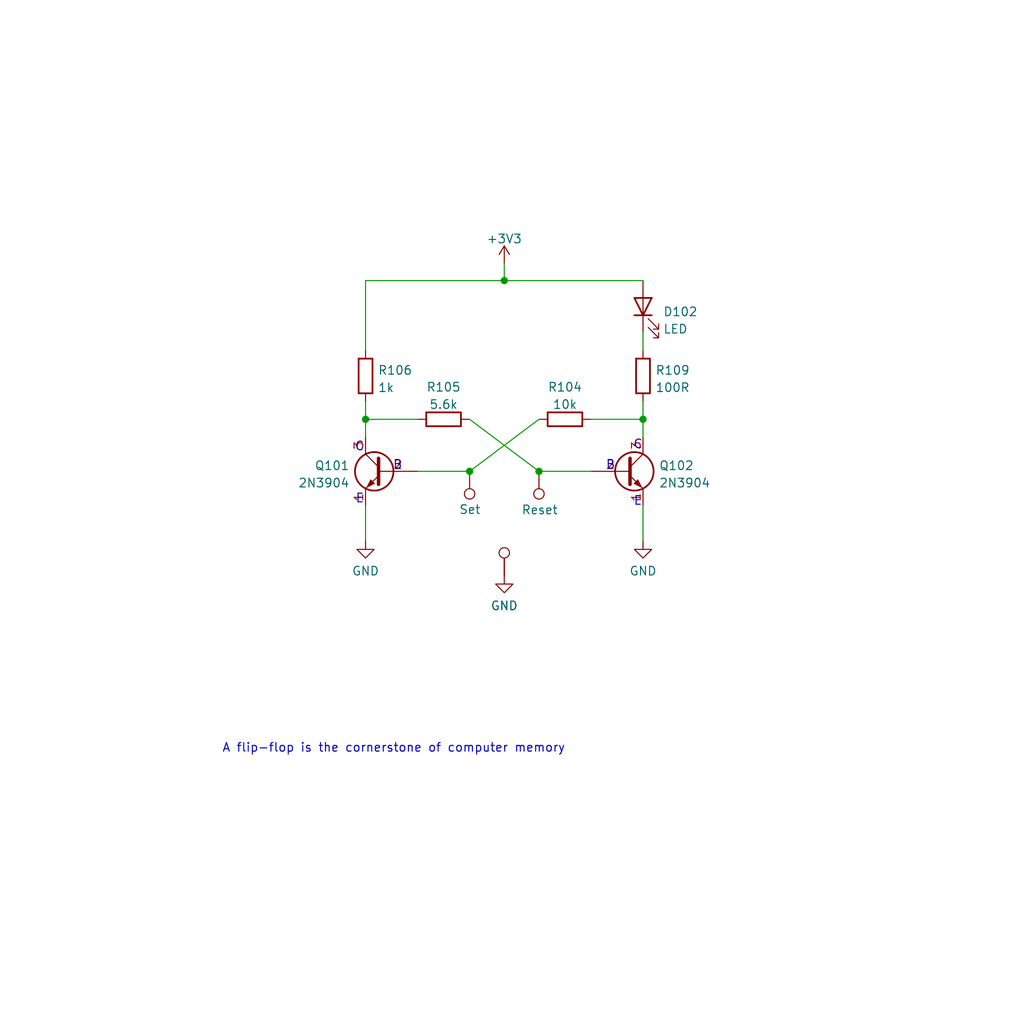
<source format=kicad_sch>
(kicad_sch (version 20211123) (generator eeschema)
  (paper "User" 150.012 150.012)
  (lib_symbols
    (symbol "Connector:TestPoint" (pin_numbers hide) (pin_names (offset 0.762) hide)
      (property "Reference" "TP" (at 0 6.858 0))
      (property "Value" "TestPoint" (at 0 5.08 0))
      (symbol "TestPoint_0_1"
        (circle (center 0 3.302) (radius 0.762))
      )
      (symbol "TestPoint_1_1"
        (pin passive line (at 0 0 90) (length 2.54) (name "1") (number "1"))
      )
    )
    (symbol "Device:LED" (pin_numbers hide) (pin_names (offset 1.016) hide)
      (property "Reference" "D" (at 0 2.54 0))
      (property "Value" "LED" (at 0 -2.54 0))
      (symbol "LED_0_1"
        (polyline (pts (xy -1.27 -1.27) (xy -1.27 1.27)) (stroke (width 0.254)))
        (polyline (pts (xy -1.27 0) (xy 1.27 0)))
        (polyline (pts (xy 1.27 -1.27) (xy 1.27 1.27) (xy -1.27 0) (xy 1.27 -1.27)) (stroke (width 0.254)))
        (polyline (pts (xy -3.048 -0.762) (xy -4.572 -2.286) (xy -3.81 -2.286) (xy -4.572 -2.286) (xy -4.572 -1.524)))
        (polyline (pts (xy -1.778 -0.762) (xy -3.302 -2.286) (xy -2.54 -2.286) (xy -3.302 -2.286) (xy -3.302 -1.524)))
      )
      (symbol "LED_1_1"
        (pin passive line (at -3.81 0 0) (length 2.54) (name "K") (number "1"))
        (pin passive line (at 3.81 0 180) (length 2.54) (name "A") (number "2"))
      )
    )
    (symbol "Device:R" (pin_numbers hide) (pin_names (offset 0))
      (property "Reference" "R" (at 2.032 0 90))
      (property "Value" "R" (at 0 0 90))
      (symbol "R_0_1"
        (rectangle (start -1.016 -2.54) (end 1.016 2.54) (stroke (width 0.254)))
      )
      (symbol "R_1_1"
        (pin passive line (at 0 3.81 270) (length 1.27) (name "~") (number "1"))
        (pin passive line (at 0 -3.81 90) (length 1.27) (name "~") (number "2"))
      )
    )
    (symbol "Transistor_BJT:2N3904" (pin_names (offset 0) hide)
      (property "Reference" "Q" (at 5.08 1.905 0))
      (property "Value" "2N3904" (at 5.08 0 0))
      (symbol "2N3904_0_1"
        (polyline (pts (xy 0.635 0.635) (xy 2.54 2.54)))
        (polyline (pts (xy 0.635 -0.635) (xy 2.54 -2.54) (xy 2.54 -2.54)))
        (polyline (pts (xy 0.635 1.905) (xy 0.635 -1.905) (xy 0.635 -1.905)) (stroke (width 0.508)))
        (polyline (pts (xy 1.27 -1.778) (xy 1.778 -1.27) (xy 2.286 -2.286) (xy 1.27 -1.778) (xy 1.27 -1.778)) (fill (type outline)))
        (circle (center 1.27 0) (radius 2.8194) (stroke (width 0.254)))
      )
      (symbol "2N3904_1_1"
        (pin passive line (at 2.54 -5.08 90) (length 2.54) (name "E") (number "1"))
        (pin passive line (at -5.08 0 0) (length 5.715) (name "B") (number "2"))
        (pin passive line (at 2.54 5.08 270) (length 2.54) (name "C") (number "3"))
      )
    )
    (symbol "power:+3V3" (power) (pin_names (offset 0))
      (property "Value" "+3V3" (at 0 3.556 0))
      (symbol "+3V3_0_1"
        (polyline (pts (xy -0.762 1.27) (xy 0 2.54)))
        (polyline (pts (xy 0 0) (xy 0 2.54)))
        (polyline (pts (xy 0 2.54) (xy 0.762 1.27)))
      )
      (symbol "+3V3_1_1"
        (pin power_in line (at 0 0 90) (length 0) hide (name "+3V3") (number "1"))
      )
    )
    (symbol "power:GND" (power) (pin_names (offset 0))
      (property "Value" "GND" (at 0 -3.81 0))
      (symbol "GND_0_1"
        (polyline (pts (xy 0 0) (xy 0 -1.27) (xy 1.27 -1.27) (xy 0 -2.54) (xy -1.27 -1.27) (xy 0 -1.27)))
      )
      (symbol "GND_1_1"
        (pin power_in line (at 0 0 270) (length 0) hide (name "GND") (number "1"))
      )
    )
  )
  (junction (at 78.9432 69.0372))
  (junction (at 53.5432 61.4172))
  (junction (at 68.7832 69.0372))
  (junction (at 94.1832 61.4172))
  (junction (at 73.8632 41.0972))
  (wire (pts (xy 94.1832 48.7172) (xy 94.1832 51.2572)))
  (wire (pts (xy 53.5432 61.4172) (xy 61.1632 61.4172)))
  (wire (pts (xy 53.5432 58.8772) (xy 53.5432 61.4172)))
  (wire (pts (xy 53.5432 61.4172) (xy 53.5432 63.9572)))
  (wire (pts (xy 53.5432 74.1172) (xy 53.5432 79.1972)))
  (wire (pts (xy 94.1832 74.1172) (xy 94.1832 79.1972)))
  (wire (pts (xy 78.9432 61.4172) (xy 68.7832 69.0372)))
  (wire (pts (xy 94.1832 61.4172) (xy 94.1832 63.9572)))
  (wire (pts (xy 94.1832 41.0972) (xy 73.8632 41.0972)))
  (wire (pts (xy 86.5632 61.4172) (xy 94.1832 61.4172)))
  (wire (pts (xy 68.7832 61.4172) (xy 78.9432 69.0372)))
  (wire (pts (xy 94.1832 58.8772) (xy 94.1832 61.4172)))
  (wire (pts (xy 61.1632 69.0372) (xy 68.7832 69.0372)))
  (wire (pts (xy 78.9432 69.0372) (xy 86.5632 69.0372)))
  (wire (pts (xy 53.5432 41.0972) (xy 53.5432 51.2572)))
  (wire (pts (xy 73.8632 41.0972) (xy 53.5432 41.0972)))
  (wire (pts (xy 73.8632 38.5572) (xy 73.8632 41.0972)))
  (text "B" (at 58.9788 68.9864 180) (effects (font (size 1.27 1.27)) (justify right bottom)))
  (text "E" (at 53.3908 73.914 180) (effects (font (size 1.27 1.27)) (justify right bottom)))
  (text "C" (at 53.3908 66.294 180) (effects (font (size 1.27 1.27)) (justify right bottom)))
  (text "A flip-flop is the cornerstone of computer memory" (at 32.512 110.4392 0) (effects (font (size 1.27 1.27)) (justify left bottom)))
  (text "E" (at 92.7608 74.2696 0) (effects (font (size 1.27 1.27)) (justify left bottom)))
  (text "B" (at 88.6968 68.9864 0) (effects (font (size 1.27 1.27)) (justify left bottom)))
  (text "C" (at 92.71 65.9892 0) (effects (font (size 1.27 1.27)) (justify left bottom)))
  (symbol (lib_id "Connector:TestPoint") (at 73.8632 84.2772 0) (unit 1)
    (property "Reference" "TP13" (effects hide))
    (property "Value" "TestPoint" (effects hide))
  )
  (symbol (lib_id "Device:LED") (at 94.1832 44.9072 90) (unit 1)
    (property "Reference" "D102" (at 97.1042 45.66 90) (effects (justify right)))
    (property "Value" "LED" (at 97.1042 48.1969 90) (effects (justify right)))
  )
  (symbol (lib_id "power:+3V3") (at 73.8632 38.5572 0) (unit 1)
    (property "Reference" "#PWR?" (effects hide))
    (property "Value" "+3V3" (at 73.8632 34.9814 0))
  )
  (symbol (lib_id "Device:R") (at 82.7532 61.4172 270) (unit 1)
    (property "Reference" "R104" (at 82.7532 56.7014 90))
    (property "Value" "10k" (at 82.7532 59.2383 90))
  )
  (symbol (lib_id "Connector:TestPoint") (at 78.9432 69.0372 180) (unit 1)
    (property "Reference" "TP14" (effects hide))
    (property "Value" "Reset" (at 76.3524 74.676 0) (effects (justify right)))
  )
  (symbol (lib_id "Transistor_BJT:2N3904") (at 91.6432 69.0372 0) (unit 1)
    (property "Reference" "Q102" (at 96.4946 68.2025 0) (effects (justify left)))
    (property "Value" "2N3904" (at 96.4946 70.7394 0) (effects (justify left)))
    (property "Footprint" "Package_TO_SOT_THT:TO-92_Inline" (effects hide))
    (property "Datasheet" "https://www.onsemi.com/pub/Collateral/2N3903-D.PDF" (effects hide))
  )
  (symbol (lib_id "power:GND") (at 94.1832 79.1972 0) (unit 1)
    (property "Reference" "#PWR056" (effects hide))
    (property "Value" "GND" (at 94.1832 83.6406 0))
  )
  (symbol (lib_id "Device:R") (at 53.5432 55.0672 0) (unit 1)
    (property "Reference" "R106" (at 55.3212 54.2325 0) (effects (justify left)))
    (property "Value" "1k" (at 55.3212 56.7694 0) (effects (justify left)))
  )
  (symbol (lib_id "Device:R") (at 64.9732 61.4172 270) (unit 1)
    (property "Reference" "R105" (at 64.9732 56.7014 90))
    (property "Value" "5.6k" (at 64.9732 59.2383 90))
  )
  (symbol (lib_id "Transistor_BJT:2N3904") (at 56.0832 69.0372 0) (mirror y) (unit 1)
    (property "Reference" "Q101" (at 51.2319 68.2025 0) (effects (justify left)))
    (property "Value" "2N3904" (at 51.2319 70.7394 0) (effects (justify left)))
    (property "Footprint" "Package_TO_SOT_THT:TO-92_Inline" (effects hide))
    (property "Datasheet" "https://www.onsemi.com/pub/Collateral/2N3903-D.PDF" (effects hide))
  )
  (symbol (lib_id "Connector:TestPoint") (at 68.7832 69.0372 180) (unit 1)
    (property "Reference" "TP12" (effects hide))
    (property "Value" "Set" (at 67.2084 74.6252 0) (effects (justify right)))
  )
  (symbol (lib_id "power:GND") (at 53.5432 79.1972 0) (unit 1)
    (property "Reference" "#PWR053" (effects hide))
    (property "Value" "GND" (at 53.5432 83.6406 0))
  )
  (symbol (lib_id "Device:R") (at 94.1832 55.0672 0) (unit 1)
    (property "Reference" "R109" (at 95.9612 54.2325 0) (effects (justify left)))
    (property "Value" "100R" (at 95.9612 56.7694 0) (effects (justify left)))
  )
  (symbol (lib_id "power:GND") (at 73.8632 84.2772 0) (unit 1)
    (property "Reference" "#PWR055" (effects hide))
    (property "Value" "GND" (at 73.8632 88.7206 0))
  )
)
</source>
